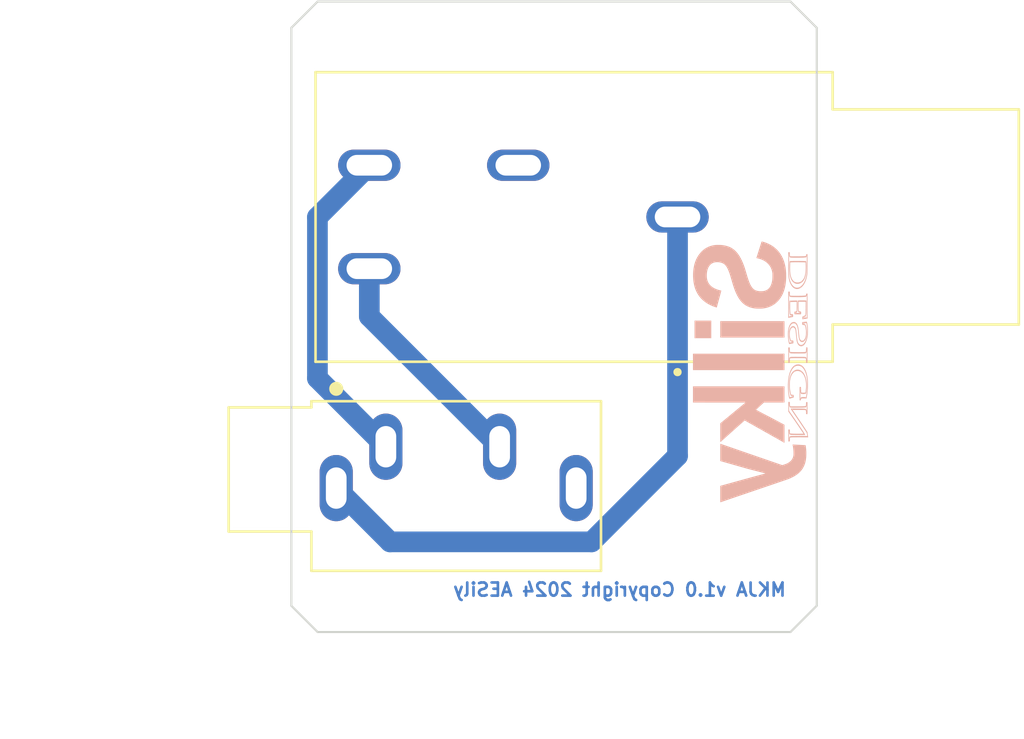
<source format=kicad_pcb>
(kicad_pcb (version 20221018) (generator pcbnew)
  (title_block (title "MuKOB - Jack Adaptor") (date "2024-01-05") (rev "1.0") (company "Silky Design (AESilky)") (comment 1 "Copyright 2024 AESilky"))
  (layers (0 "F.Cu" signal) (31 "B.Cu" signal) (34 "B.Paste" user) (35 "F.Paste" user) (36 "B.SilkS" user "B.Silkscreen") (37 "F.SilkS" user "F.Silkscreen") (38 "B.Mask" user) (39 "F.Mask" user) (44 "Edge.Cuts" user))
  (net 0 "")
  (net 1 "Net-(J1-Pad1)")
  (net 3 "/KEY_PDL_DOT-")
  (net 4 "/PDL_DASH-")
  (footprint "AES_Library:CUI_SJ1-3534NG-audio-jack" (layer "F.Cu") (at 103.515 116.6125)
    (fp_text reference "J2")
    (fp_text value "KEY-PADDLE-8")
    (pad "1" thru_hole oval (at 0 0) (size 1.6 3.2) (drill oval 1 2) (layers "*.Cu" "*.Mask") (net 1 "Net-(J1-Pad1)"))
    (pad "2" thru_hole oval (at 2.4 -2) (size 1.6 3.2) (drill oval 1 2) (layers "*.Cu" "*.Mask") (net 3 "/KEY_PDL_DOT-"))
    (pad "3" thru_hole oval (at 7.9 -2) (size 1.6 3.2) (drill oval 1 2) (layers "*.Cu" "*.Mask") (net 4 "/PDL_DASH-"))
    (pad "4" thru_hole oval (at 11.6 0) (size 1.6 3.2) (drill oval 1 2) (layers "*.Cu" "*.Mask"))
  )
  (footprint "AES_Library:CUI_SJ-63063B-audio-jack" (layer "F.Cu") (at 120.015 103.505 180)
    (fp_text reference "J1")
    (fp_text value "KEY-PADDLE-4")
    (pad "1" thru_hole oval (at 0 0 180) (size 3.016 1.508) (drill oval 2.2 1) (layers "*.Cu" "*.Mask") (net 1 "Net-(J1-Pad1)"))
    (pad "2" thru_hole oval (at 14.9 2.5 180) (size 3.016 1.508) (drill oval 2.2 1) (layers "*.Cu" "*.Mask") (net 3 "/KEY_PDL_DOT-"))
    (pad "3" thru_hole oval (at 14.9 -2.5 180) (size 3.016 1.508) (drill oval 2.2 1) (layers "*.Cu" "*.Mask") (net 4 "/PDL_DASH-"))
    (pad "4" thru_hole oval (at 7.7 2.5 180) (size 3.016 1.508) (drill oval 2.2 1) (layers "*.Cu" "*.Mask"))
  )
  (footprint "AES_Library:SILKY-DESIGN-logo-0_50-AES" (layer "B.Cu") (at 123.546103 111.045673 -90)
    (fp_text reference "G***" hide)
    (fp_text value "LOGO" hide)
  )
  (gr_line (start 102.616 93.091) (end 125.476 93.091) (stroke (width 0.1)) (layer "Edge.Cuts"))
  (gr_line (start 101.346 122.301) (end 101.346 94.361) (stroke (width 0.1)) (layer "Edge.Cuts"))
  (gr_line (start 101.346 94.361) (end 102.616 93.091) (stroke (width 0.1)) (layer "Edge.Cuts"))
  (gr_line (start 125.476 93.091) (end 126.746 94.361) (stroke (width 0.1)) (layer "Edge.Cuts"))
  (gr_line (start 125.476 123.571) (end 126.746 122.301) (stroke (width 0.1)) (layer "Edge.Cuts"))
  (gr_line (start 102.616 123.571) (end 101.346 122.301) (stroke (width 0.1)) (layer "Edge.Cuts"))
  (gr_line (start 125.476 123.571) (end 102.616 123.571) (stroke (width 0.1)) (layer "Edge.Cuts"))
  (gr_line (start 126.746 94.361) (end 126.746 122.301) (stroke (width 0.1)) (layer "Edge.Cuts"))
  (gr_text "MKJA v1.0 Copyright 2024 AESily" (at 125.3236 121.8946) (layer "B.Cu") (effects (font (size 0.635 0.635) (thickness 0.127) bold) (justify left bottom mirror)))
  (segment (start 106.115 119.2125) (end 103.515 116.6125) (width 1) (layer "B.Cu") (net 1))
  (segment (start 120.015 103.505) (end 120.015 115.058084) (width 1) (layer "B.Cu") (net 1))
  (segment (start 120.015 115.058084) (end 115.860584 119.2125) (width 1) (layer "B.Cu") (net 1))
  (segment (start 115.860584 119.2125) (end 106.115 119.2125) (width 1) (layer "B.Cu") (net 1))
  (segment (start 102.607 111.3045) (end 105.915 114.6125) (width 1) (layer "B.Cu") (net 3))
  (segment (start 102.607 103.513) (end 102.607 111.3045) (width 1) (layer "B.Cu") (net 3))
  (segment (start 105.115 101.005) (end 102.607 103.513) (width 1) (layer "B.Cu") (net 3))
  (segment (start 105.115 108.3125) (end 111.415 114.6125) (width 1) (layer "B.Cu") (net 4))
  (segment (start 105.115 106.005) (end 105.115 108.3125) (width 1) (layer "B.Cu") (net 4))
)
</source>
